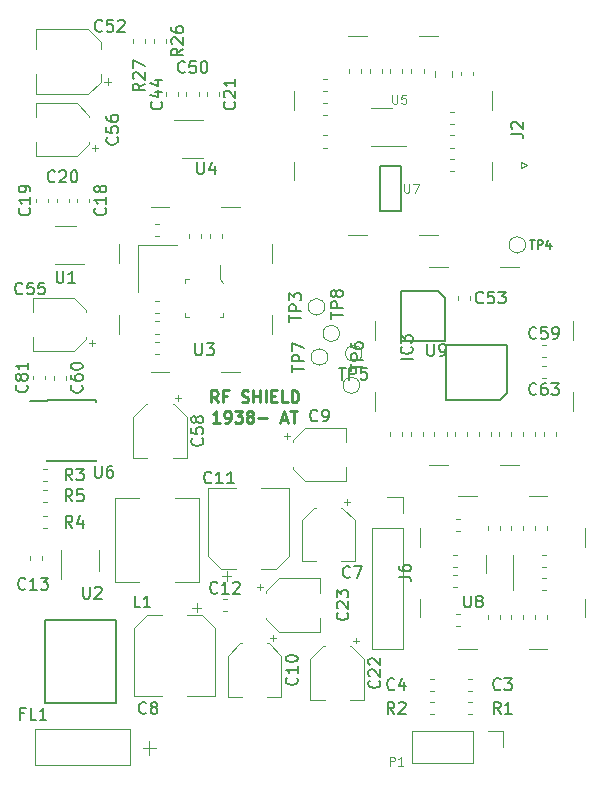
<source format=gto>
G04 #@! TF.GenerationSoftware,KiCad,Pcbnew,(5.1.4)-1*
G04 #@! TF.CreationDate,2019-09-18T21:55:27+02:00*
G04 #@! TF.ProjectId,rf-receiver,72662d72-6563-4656-9976-65722e6b6963,rev?*
G04 #@! TF.SameCoordinates,Original*
G04 #@! TF.FileFunction,Legend,Top*
G04 #@! TF.FilePolarity,Positive*
%FSLAX46Y46*%
G04 Gerber Fmt 4.6, Leading zero omitted, Abs format (unit mm)*
G04 Created by KiCad (PCBNEW (5.1.4)-1) date 2019-09-18 21:55:27*
%MOMM*%
%LPD*%
G04 APERTURE LIST*
%ADD10C,0.125000*%
%ADD11C,0.250000*%
%ADD12C,0.150000*%
%ADD13C,0.120000*%
%ADD14C,0.100000*%
G04 APERTURE END LIST*
D10*
X93028571Y-120107142D02*
X94171428Y-120107142D01*
X93600000Y-120678571D02*
X93600000Y-119535714D01*
D11*
X99404761Y-90827380D02*
X99071428Y-90351190D01*
X98833333Y-90827380D02*
X98833333Y-89827380D01*
X99214285Y-89827380D01*
X99309523Y-89875000D01*
X99357142Y-89922619D01*
X99404761Y-90017857D01*
X99404761Y-90160714D01*
X99357142Y-90255952D01*
X99309523Y-90303571D01*
X99214285Y-90351190D01*
X98833333Y-90351190D01*
X100166666Y-90303571D02*
X99833333Y-90303571D01*
X99833333Y-90827380D02*
X99833333Y-89827380D01*
X100309523Y-89827380D01*
X101404761Y-90779761D02*
X101547619Y-90827380D01*
X101785714Y-90827380D01*
X101880952Y-90779761D01*
X101928571Y-90732142D01*
X101976190Y-90636904D01*
X101976190Y-90541666D01*
X101928571Y-90446428D01*
X101880952Y-90398809D01*
X101785714Y-90351190D01*
X101595238Y-90303571D01*
X101500000Y-90255952D01*
X101452380Y-90208333D01*
X101404761Y-90113095D01*
X101404761Y-90017857D01*
X101452380Y-89922619D01*
X101500000Y-89875000D01*
X101595238Y-89827380D01*
X101833333Y-89827380D01*
X101976190Y-89875000D01*
X102404761Y-90827380D02*
X102404761Y-89827380D01*
X102404761Y-90303571D02*
X102976190Y-90303571D01*
X102976190Y-90827380D02*
X102976190Y-89827380D01*
X103452380Y-90827380D02*
X103452380Y-89827380D01*
X103928571Y-90303571D02*
X104261904Y-90303571D01*
X104404761Y-90827380D02*
X103928571Y-90827380D01*
X103928571Y-89827380D01*
X104404761Y-89827380D01*
X105309523Y-90827380D02*
X104833333Y-90827380D01*
X104833333Y-89827380D01*
X105642857Y-90827380D02*
X105642857Y-89827380D01*
X105880952Y-89827380D01*
X106023809Y-89875000D01*
X106119047Y-89970238D01*
X106166666Y-90065476D01*
X106214285Y-90255952D01*
X106214285Y-90398809D01*
X106166666Y-90589285D01*
X106119047Y-90684523D01*
X106023809Y-90779761D01*
X105880952Y-90827380D01*
X105642857Y-90827380D01*
X99547619Y-92577380D02*
X98976190Y-92577380D01*
X99261904Y-92577380D02*
X99261904Y-91577380D01*
X99166666Y-91720238D01*
X99071428Y-91815476D01*
X98976190Y-91863095D01*
X100023809Y-92577380D02*
X100214285Y-92577380D01*
X100309523Y-92529761D01*
X100357142Y-92482142D01*
X100452380Y-92339285D01*
X100500000Y-92148809D01*
X100500000Y-91767857D01*
X100452380Y-91672619D01*
X100404761Y-91625000D01*
X100309523Y-91577380D01*
X100119047Y-91577380D01*
X100023809Y-91625000D01*
X99976190Y-91672619D01*
X99928571Y-91767857D01*
X99928571Y-92005952D01*
X99976190Y-92101190D01*
X100023809Y-92148809D01*
X100119047Y-92196428D01*
X100309523Y-92196428D01*
X100404761Y-92148809D01*
X100452380Y-92101190D01*
X100500000Y-92005952D01*
X100833333Y-91577380D02*
X101452380Y-91577380D01*
X101119047Y-91958333D01*
X101261904Y-91958333D01*
X101357142Y-92005952D01*
X101404761Y-92053571D01*
X101452380Y-92148809D01*
X101452380Y-92386904D01*
X101404761Y-92482142D01*
X101357142Y-92529761D01*
X101261904Y-92577380D01*
X100976190Y-92577380D01*
X100880952Y-92529761D01*
X100833333Y-92482142D01*
X102023809Y-92005952D02*
X101928571Y-91958333D01*
X101880952Y-91910714D01*
X101833333Y-91815476D01*
X101833333Y-91767857D01*
X101880952Y-91672619D01*
X101928571Y-91625000D01*
X102023809Y-91577380D01*
X102214285Y-91577380D01*
X102309523Y-91625000D01*
X102357142Y-91672619D01*
X102404761Y-91767857D01*
X102404761Y-91815476D01*
X102357142Y-91910714D01*
X102309523Y-91958333D01*
X102214285Y-92005952D01*
X102023809Y-92005952D01*
X101928571Y-92053571D01*
X101880952Y-92101190D01*
X101833333Y-92196428D01*
X101833333Y-92386904D01*
X101880952Y-92482142D01*
X101928571Y-92529761D01*
X102023809Y-92577380D01*
X102214285Y-92577380D01*
X102309523Y-92529761D01*
X102357142Y-92482142D01*
X102404761Y-92386904D01*
X102404761Y-92196428D01*
X102357142Y-92101190D01*
X102309523Y-92053571D01*
X102214285Y-92005952D01*
X102833333Y-92196428D02*
X103595238Y-92196428D01*
X104785714Y-92291666D02*
X105261904Y-92291666D01*
X104690476Y-92577380D02*
X105023809Y-91577380D01*
X105357142Y-92577380D01*
X105547619Y-91577380D02*
X106119047Y-91577380D01*
X105833333Y-92577380D02*
X105833333Y-91577380D01*
D12*
X118700000Y-85950000D02*
X118700000Y-90650000D01*
X123300000Y-90650000D02*
X123900000Y-90060000D01*
X123300000Y-90650000D02*
X118700000Y-90650000D01*
X123900000Y-85950000D02*
X123900000Y-90060000D01*
X118700000Y-85950000D02*
X123900000Y-85950000D01*
X118600000Y-85600000D02*
X118600000Y-85000000D01*
X114900000Y-85600000D02*
X118600000Y-85600000D01*
X114900000Y-85000000D02*
X114900000Y-85600000D01*
X114900000Y-81400000D02*
X114900000Y-82000000D01*
X115500000Y-81400000D02*
X114900000Y-81400000D01*
X118600000Y-82000000D02*
X118000000Y-81400000D01*
X118600000Y-82000000D02*
X118600000Y-85000000D01*
X115500000Y-81400000D02*
X118000000Y-81400000D01*
X114900000Y-85000000D02*
X114900000Y-82000000D01*
X84750000Y-116250000D02*
X90750000Y-116250000D01*
X90750000Y-109250000D02*
X84750000Y-109250000D01*
X90750000Y-116250000D02*
X90750000Y-109250000D01*
X84750000Y-116250000D02*
X84750000Y-109250000D01*
D13*
X96310000Y-90500000D02*
X95810000Y-90500000D01*
X96060000Y-90250000D02*
X96060000Y-90750000D01*
X93304437Y-90990000D02*
X92240000Y-92054437D01*
X95695563Y-90990000D02*
X96760000Y-92054437D01*
X95695563Y-90990000D02*
X95560000Y-90990000D01*
X93304437Y-90990000D02*
X93440000Y-90990000D01*
X92240000Y-92054437D02*
X92240000Y-95510000D01*
X96760000Y-92054437D02*
X96760000Y-95510000D01*
X96760000Y-95510000D02*
X95560000Y-95510000D01*
X92240000Y-95510000D02*
X93440000Y-95510000D01*
X89000000Y-69560000D02*
X89000000Y-69060000D01*
X89250000Y-69310000D02*
X88750000Y-69310000D01*
X88510000Y-66554437D02*
X87445563Y-65490000D01*
X88510000Y-68945563D02*
X87445563Y-70010000D01*
X88510000Y-68945563D02*
X88510000Y-68810000D01*
X88510000Y-66554437D02*
X88510000Y-66690000D01*
X87445563Y-65490000D02*
X83990000Y-65490000D01*
X87445563Y-70010000D02*
X83990000Y-70010000D01*
X83990000Y-70010000D02*
X83990000Y-68810000D01*
X83990000Y-65490000D02*
X83990000Y-66690000D01*
X88750000Y-86060000D02*
X88750000Y-85560000D01*
X89000000Y-85810000D02*
X88500000Y-85810000D01*
X88260000Y-83054437D02*
X87195563Y-81990000D01*
X88260000Y-85445563D02*
X87195563Y-86510000D01*
X88260000Y-85445563D02*
X88260000Y-85310000D01*
X88260000Y-83054437D02*
X88260000Y-83190000D01*
X87195563Y-81990000D02*
X83740000Y-81990000D01*
X87195563Y-86510000D02*
X83740000Y-86510000D01*
X83740000Y-86510000D02*
X83740000Y-85310000D01*
X83740000Y-81990000D02*
X83740000Y-83190000D01*
X103000000Y-106190000D02*
X103000000Y-106690000D01*
X102750000Y-106440000D02*
X103250000Y-106440000D01*
X103490000Y-109195563D02*
X104554437Y-110260000D01*
X103490000Y-106804437D02*
X104554437Y-105740000D01*
X103490000Y-106804437D02*
X103490000Y-106940000D01*
X103490000Y-109195563D02*
X103490000Y-109060000D01*
X104554437Y-110260000D02*
X108010000Y-110260000D01*
X104554437Y-105740000D02*
X108010000Y-105740000D01*
X108010000Y-105740000D02*
X108010000Y-106940000D01*
X108010000Y-110260000D02*
X108010000Y-109060000D01*
X111310000Y-111000000D02*
X110810000Y-111000000D01*
X111060000Y-110750000D02*
X111060000Y-111250000D01*
X108304437Y-111490000D02*
X107240000Y-112554437D01*
X110695563Y-111490000D02*
X111760000Y-112554437D01*
X110695563Y-111490000D02*
X110560000Y-111490000D01*
X108304437Y-111490000D02*
X108440000Y-111490000D01*
X107240000Y-112554437D02*
X107240000Y-116010000D01*
X111760000Y-112554437D02*
X111760000Y-116010000D01*
X111760000Y-116010000D02*
X110560000Y-116010000D01*
X107240000Y-116010000D02*
X108440000Y-116010000D01*
X104310000Y-110750000D02*
X103810000Y-110750000D01*
X104060000Y-110500000D02*
X104060000Y-111000000D01*
X101304437Y-111240000D02*
X100240000Y-112304437D01*
X103695563Y-111240000D02*
X104760000Y-112304437D01*
X103695563Y-111240000D02*
X103560000Y-111240000D01*
X101304437Y-111240000D02*
X101440000Y-111240000D01*
X100240000Y-112304437D02*
X100240000Y-115760000D01*
X104760000Y-112304437D02*
X104760000Y-115760000D01*
X104760000Y-115760000D02*
X103560000Y-115760000D01*
X100240000Y-115760000D02*
X101440000Y-115760000D01*
X127162779Y-105740000D02*
X126837221Y-105740000D01*
X127162779Y-106760000D02*
X126837221Y-106760000D01*
X88510000Y-73912779D02*
X88510000Y-73587221D01*
X87490000Y-73912779D02*
X87490000Y-73587221D01*
X85010000Y-73912779D02*
X85010000Y-73587221D01*
X83990000Y-73912779D02*
X83990000Y-73587221D01*
X94990000Y-64587221D02*
X94990000Y-64912779D01*
X96010000Y-64587221D02*
X96010000Y-64912779D01*
X110490000Y-62587221D02*
X110490000Y-62912779D01*
X111510000Y-62587221D02*
X111510000Y-62912779D01*
X108337221Y-66510000D02*
X108662779Y-66510000D01*
X108337221Y-65490000D02*
X108662779Y-65490000D01*
X97760000Y-64587221D02*
X97760000Y-64912779D01*
X96740000Y-64587221D02*
X96740000Y-64912779D01*
X119337221Y-106510000D02*
X119662779Y-106510000D01*
X119337221Y-105490000D02*
X119662779Y-105490000D01*
X105250000Y-93440000D02*
X105250000Y-93940000D01*
X105000000Y-93690000D02*
X105500000Y-93690000D01*
X105740000Y-96445563D02*
X106804437Y-97510000D01*
X105740000Y-94054437D02*
X106804437Y-92990000D01*
X105740000Y-94054437D02*
X105740000Y-94190000D01*
X105740000Y-96445563D02*
X105740000Y-96310000D01*
X106804437Y-97510000D02*
X110260000Y-97510000D01*
X106804437Y-92990000D02*
X110260000Y-92990000D01*
X110260000Y-92990000D02*
X110260000Y-94190000D01*
X110260000Y-97510000D02*
X110260000Y-96310000D01*
X110560000Y-99250000D02*
X110060000Y-99250000D01*
X110310000Y-99000000D02*
X110310000Y-99500000D01*
X107554437Y-99740000D02*
X106490000Y-100804437D01*
X109945563Y-99740000D02*
X111010000Y-100804437D01*
X109945563Y-99740000D02*
X109810000Y-99740000D01*
X107554437Y-99740000D02*
X107690000Y-99740000D01*
X106490000Y-100804437D02*
X106490000Y-104260000D01*
X111010000Y-100804437D02*
X111010000Y-104260000D01*
X111010000Y-104260000D02*
X109810000Y-104260000D01*
X106490000Y-104260000D02*
X107690000Y-104260000D01*
X90062500Y-63997500D02*
X90062500Y-63372500D01*
X90375000Y-63685000D02*
X89750000Y-63685000D01*
X89510000Y-60304437D02*
X88445563Y-59240000D01*
X89510000Y-63695563D02*
X88445563Y-64760000D01*
X89510000Y-63695563D02*
X89510000Y-63060000D01*
X89510000Y-60304437D02*
X89510000Y-60940000D01*
X88445563Y-59240000D02*
X83990000Y-59240000D01*
X88445563Y-64760000D02*
X83990000Y-64760000D01*
X83990000Y-64760000D02*
X83990000Y-63060000D01*
X83990000Y-59240000D02*
X83990000Y-60940000D01*
X97800000Y-106050000D02*
X95750000Y-106050000D01*
X97800000Y-98950000D02*
X97800000Y-106050000D01*
X95750000Y-98950000D02*
X97800000Y-98950000D01*
X90700000Y-106050000D02*
X92750000Y-106050000D01*
X90700000Y-98950000D02*
X90700000Y-106050000D01*
X92750000Y-98950000D02*
X90700000Y-98950000D01*
X104000000Y-83450000D02*
X104000000Y-85050000D01*
X91000000Y-83450000D02*
X91000000Y-85050000D01*
X104000000Y-77450000D02*
X104000000Y-79050000D01*
X91000000Y-77450000D02*
X91000000Y-79050000D01*
X99700000Y-88230000D02*
X101300000Y-88230000D01*
X99700000Y-74270000D02*
X101300000Y-74270000D01*
X93700000Y-88230000D02*
X95300000Y-88230000D01*
X93700000Y-74270000D02*
X95300000Y-74270000D01*
X125700000Y-98750000D02*
X127300000Y-98750000D01*
X125700000Y-111750000D02*
X127300000Y-111750000D01*
X119700000Y-98750000D02*
X121300000Y-98750000D01*
X119700000Y-111750000D02*
X121300000Y-111750000D01*
X130480000Y-103050000D02*
X130480000Y-101450000D01*
X116520000Y-103050000D02*
X116520000Y-101450000D01*
X130480000Y-109050000D02*
X130480000Y-107450000D01*
X116520000Y-109050000D02*
X116520000Y-107450000D01*
X129500000Y-89950000D02*
X129500000Y-91550000D01*
X112700000Y-89950000D02*
X112700000Y-91550000D01*
X129500000Y-83950000D02*
X129500000Y-85550000D01*
X112700000Y-83950000D02*
X112700000Y-85550000D01*
X123300000Y-96150000D02*
X124900000Y-96150000D01*
X123300000Y-79350000D02*
X124900000Y-79350000D01*
X117300000Y-96150000D02*
X118900000Y-96150000D01*
X117300000Y-79350000D02*
X118900000Y-79350000D01*
X122650000Y-70450000D02*
X122650000Y-72050000D01*
X105850000Y-70450000D02*
X105850000Y-72050000D01*
X122650000Y-64450000D02*
X122650000Y-66050000D01*
X105850000Y-64450000D02*
X105850000Y-66050000D01*
X116450000Y-76650000D02*
X118050000Y-76650000D01*
X116450000Y-59850000D02*
X118050000Y-59850000D01*
X110450000Y-76650000D02*
X112050000Y-76650000D01*
X110450000Y-59850000D02*
X112050000Y-59850000D01*
X124360000Y-106750000D02*
X124360000Y-103750000D01*
X122140000Y-105250000D02*
X122140000Y-103750000D01*
X113750000Y-98880000D02*
X115080000Y-98880000D01*
X115080000Y-98880000D02*
X115080000Y-100210000D01*
X115080000Y-101480000D02*
X115080000Y-111700000D01*
X112420000Y-111700000D02*
X115080000Y-111700000D01*
X112420000Y-101480000D02*
X112420000Y-111700000D01*
X112420000Y-101480000D02*
X115080000Y-101480000D01*
X92600000Y-77500000D02*
X92600000Y-81500000D01*
X95900000Y-77500000D02*
X92600000Y-77500000D01*
X85600000Y-79110000D02*
X88050000Y-79110000D01*
X87400000Y-75890000D02*
X85600000Y-75890000D01*
X94087221Y-85010000D02*
X94412779Y-85010000D01*
X94087221Y-83990000D02*
X94412779Y-83990000D01*
X94087221Y-86760000D02*
X94412779Y-86760000D01*
X94087221Y-85740000D02*
X94412779Y-85740000D01*
X98490000Y-64587221D02*
X98490000Y-64912779D01*
X99510000Y-64587221D02*
X99510000Y-64912779D01*
X86760000Y-73912779D02*
X86760000Y-73587221D01*
X85740000Y-73912779D02*
X85740000Y-73587221D01*
X96990000Y-76587221D02*
X96990000Y-76912779D01*
X98010000Y-76587221D02*
X98010000Y-76912779D01*
X99760000Y-76912779D02*
X99760000Y-76587221D01*
X98740000Y-76912779D02*
X98740000Y-76587221D01*
X94412779Y-75740000D02*
X94087221Y-75740000D01*
X94412779Y-76760000D02*
X94087221Y-76760000D01*
X94087221Y-83260000D02*
X94412779Y-83260000D01*
X94087221Y-82240000D02*
X94412779Y-82240000D01*
X109700000Y-85000000D02*
G75*
G03X109700000Y-85000000I-700000J0D01*
G01*
X108700000Y-87000000D02*
G75*
G03X108700000Y-87000000I-700000J0D01*
G01*
X111400000Y-89400000D02*
G75*
G03X111400000Y-89400000I-700000J0D01*
G01*
X111600000Y-86700000D02*
G75*
G03X111600000Y-86700000I-700000J0D01*
G01*
D14*
X99550000Y-80400000D02*
X99550000Y-79200000D01*
X99850000Y-80700000D02*
X99550000Y-80400000D01*
X96650000Y-80400000D02*
X96950000Y-80400000D01*
X96650000Y-80700000D02*
X96650000Y-80400000D01*
X96650000Y-83600000D02*
X96650000Y-83300000D01*
X96950000Y-83600000D02*
X96650000Y-83600000D01*
X99850000Y-83600000D02*
X99550000Y-83600000D01*
X99850000Y-83300000D02*
X99850000Y-83600000D01*
D13*
X83900000Y-118500000D02*
X92000000Y-118500000D01*
X92000000Y-121500000D02*
X83900000Y-121500000D01*
X83900000Y-118500000D02*
X83900000Y-121500000D01*
X92000000Y-121500000D02*
X92000000Y-118500000D01*
X84780000Y-88892779D02*
X84780000Y-88567221D01*
X83760000Y-88892779D02*
X83760000Y-88567221D01*
X86510000Y-88912779D02*
X86510000Y-88587221D01*
X85490000Y-88912779D02*
X85490000Y-88587221D01*
X83490000Y-103837221D02*
X83490000Y-104162779D01*
X84510000Y-103837221D02*
X84510000Y-104162779D01*
X99837221Y-108510000D02*
X100162779Y-108510000D01*
X99837221Y-107490000D02*
X100162779Y-107490000D01*
X99758750Y-105543750D02*
X100546250Y-105543750D01*
X100152500Y-105937500D02*
X100152500Y-105150000D01*
X104345563Y-104910000D02*
X105410000Y-103845563D01*
X99654437Y-104910000D02*
X98590000Y-103845563D01*
X99654437Y-104910000D02*
X100940000Y-104910000D01*
X104345563Y-104910000D02*
X103060000Y-104910000D01*
X105410000Y-103845563D02*
X105410000Y-98090000D01*
X98590000Y-103845563D02*
X98590000Y-98090000D01*
X98590000Y-98090000D02*
X100940000Y-98090000D01*
X105410000Y-98090000D02*
X103060000Y-98090000D01*
X97991250Y-108206250D02*
X97203750Y-108206250D01*
X97597500Y-107812500D02*
X97597500Y-108600000D01*
X93404437Y-108840000D02*
X92340000Y-109904437D01*
X98095563Y-108840000D02*
X99160000Y-109904437D01*
X98095563Y-108840000D02*
X96810000Y-108840000D01*
X93404437Y-108840000D02*
X94690000Y-108840000D01*
X92340000Y-109904437D02*
X92340000Y-115660000D01*
X99160000Y-109904437D02*
X99160000Y-115660000D01*
X99160000Y-115660000D02*
X96810000Y-115660000D01*
X92340000Y-115660000D02*
X94690000Y-115660000D01*
X119912779Y-108740000D02*
X119587221Y-108740000D01*
X119912779Y-109760000D02*
X119587221Y-109760000D01*
X119912779Y-100740000D02*
X119587221Y-100740000D01*
X119912779Y-101760000D02*
X119587221Y-101760000D01*
X86140000Y-103350000D02*
X86140000Y-105800000D01*
X89360000Y-105150000D02*
X89360000Y-103350000D01*
X84912779Y-98240000D02*
X84587221Y-98240000D01*
X84912779Y-99260000D02*
X84587221Y-99260000D01*
X84912779Y-100490000D02*
X84587221Y-100490000D01*
X84912779Y-101510000D02*
X84587221Y-101510000D01*
X84587221Y-97510000D02*
X84912779Y-97510000D01*
X84587221Y-96490000D02*
X84912779Y-96490000D01*
X127162779Y-103740000D02*
X126837221Y-103740000D01*
X127162779Y-104760000D02*
X126837221Y-104760000D01*
D12*
X84925000Y-90725000D02*
X83525000Y-90725000D01*
X84925000Y-95825000D02*
X89075000Y-95825000D01*
X84925000Y-90675000D02*
X89075000Y-90675000D01*
X84925000Y-95825000D02*
X84925000Y-95680000D01*
X89075000Y-95825000D02*
X89075000Y-95680000D01*
X89075000Y-90675000D02*
X89075000Y-90820000D01*
X84925000Y-90675000D02*
X84925000Y-90725000D01*
D13*
X117790000Y-62741422D02*
X117790000Y-63258578D01*
X119210000Y-62741422D02*
X119210000Y-63258578D01*
X125260000Y-101337221D02*
X125260000Y-101662779D01*
X124240000Y-101337221D02*
X124240000Y-101662779D01*
X122240000Y-101337221D02*
X122240000Y-101662779D01*
X123260000Y-101337221D02*
X123260000Y-101662779D01*
X126837221Y-85990000D02*
X127162779Y-85990000D01*
X126837221Y-87010000D02*
X127162779Y-87010000D01*
X108662779Y-68240000D02*
X108337221Y-68240000D01*
X108662779Y-69260000D02*
X108337221Y-69260000D01*
X119740000Y-82162779D02*
X119740000Y-81837221D01*
X120760000Y-82162779D02*
X120760000Y-81837221D01*
X119412779Y-70240000D02*
X119087221Y-70240000D01*
X119412779Y-71260000D02*
X119087221Y-71260000D01*
X108337221Y-63490000D02*
X108662779Y-63490000D01*
X108337221Y-64510000D02*
X108662779Y-64510000D01*
X119990000Y-63162779D02*
X119990000Y-62837221D01*
X121010000Y-63162779D02*
X121010000Y-62837221D01*
X126837221Y-87740000D02*
X127162779Y-87740000D01*
X126837221Y-88760000D02*
X127162779Y-88760000D01*
X123240000Y-93337221D02*
X123240000Y-93662779D01*
X124260000Y-93337221D02*
X124260000Y-93662779D01*
X126260000Y-93337221D02*
X126260000Y-93662779D01*
X125240000Y-93337221D02*
X125240000Y-93662779D01*
X128010000Y-93337221D02*
X128010000Y-93662779D01*
X126990000Y-93337221D02*
X126990000Y-93662779D01*
X112240000Y-62587221D02*
X112240000Y-62912779D01*
X113260000Y-62587221D02*
X113260000Y-62912779D01*
X119490000Y-93337221D02*
X119490000Y-93662779D01*
X120510000Y-93337221D02*
X120510000Y-93662779D01*
X118760000Y-93352221D02*
X118760000Y-93677779D01*
X117740000Y-93352221D02*
X117740000Y-93677779D01*
X115740000Y-93337221D02*
X115740000Y-93662779D01*
X116760000Y-93337221D02*
X116760000Y-93662779D01*
X115010000Y-93337221D02*
X115010000Y-93662779D01*
X113990000Y-93337221D02*
X113990000Y-93662779D01*
X119337221Y-104760000D02*
X119662779Y-104760000D01*
X119337221Y-103740000D02*
X119662779Y-103740000D01*
X124240000Y-109162779D02*
X124240000Y-108837221D01*
X125260000Y-109162779D02*
X125260000Y-108837221D01*
X121490000Y-93337221D02*
X121490000Y-93662779D01*
X122510000Y-93337221D02*
X122510000Y-93662779D01*
X117337221Y-114240000D02*
X117662779Y-114240000D01*
X117337221Y-115260000D02*
X117662779Y-115260000D01*
X120587221Y-115260000D02*
X120912779Y-115260000D01*
X120587221Y-114240000D02*
X120912779Y-114240000D01*
X127260000Y-109162779D02*
X127260000Y-108837221D01*
X126240000Y-109162779D02*
X126240000Y-108837221D01*
X95010000Y-60412779D02*
X95010000Y-60087221D01*
X93990000Y-60412779D02*
X93990000Y-60087221D01*
X92240000Y-60412779D02*
X92240000Y-60087221D01*
X93260000Y-60412779D02*
X93260000Y-60087221D01*
X126240000Y-101337221D02*
X126240000Y-101662779D01*
X127260000Y-101337221D02*
X127260000Y-101662779D01*
X123260000Y-109162779D02*
X123260000Y-108837221D01*
X122240000Y-109162779D02*
X122240000Y-108837221D01*
X116810000Y-62912779D02*
X116810000Y-62587221D01*
X115790000Y-62912779D02*
X115790000Y-62587221D01*
X113990000Y-62587221D02*
X113990000Y-62912779D01*
X115010000Y-62587221D02*
X115010000Y-62912779D01*
X119087221Y-66240000D02*
X119412779Y-66240000D01*
X119087221Y-67260000D02*
X119412779Y-67260000D01*
X120912779Y-117260000D02*
X120587221Y-117260000D01*
X120912779Y-116240000D02*
X120587221Y-116240000D01*
X117662779Y-116240000D02*
X117337221Y-116240000D01*
X117662779Y-117260000D02*
X117337221Y-117260000D01*
X119087221Y-68240000D02*
X119412779Y-68240000D01*
X119087221Y-69260000D02*
X119412779Y-69260000D01*
X125040000Y-71000000D02*
X125540000Y-70750000D01*
X125040000Y-70500000D02*
X125040000Y-71000000D01*
X125540000Y-70750000D02*
X125040000Y-70500000D01*
X108450000Y-82750000D02*
G75*
G03X108450000Y-82750000I-700000J0D01*
G01*
X125450000Y-77500000D02*
G75*
G03X125450000Y-77500000I-700000J0D01*
G01*
X96350000Y-70110000D02*
X98150000Y-70110000D01*
X98150000Y-66890000D02*
X95700000Y-66890000D01*
X114150000Y-65890000D02*
X112350000Y-65890000D01*
X112350000Y-69110000D02*
X115300000Y-69110000D01*
X115840000Y-118670000D02*
X115840000Y-121330000D01*
X120980000Y-118670000D02*
X115840000Y-118670000D01*
X120980000Y-121330000D02*
X115840000Y-121330000D01*
X120980000Y-118670000D02*
X120980000Y-121330000D01*
X122250000Y-118670000D02*
X123580000Y-118670000D01*
X123580000Y-118670000D02*
X123580000Y-120000000D01*
D12*
X114900000Y-70850000D02*
X113100000Y-70850000D01*
X114900000Y-74650000D02*
X114900000Y-70850000D01*
X113100000Y-74650000D02*
X114900000Y-74650000D01*
X113100000Y-70850000D02*
X113100000Y-74650000D01*
X117128095Y-85912380D02*
X117128095Y-86721904D01*
X117175714Y-86817142D01*
X117223333Y-86864761D01*
X117318571Y-86912380D01*
X117509047Y-86912380D01*
X117604285Y-86864761D01*
X117651904Y-86817142D01*
X117699523Y-86721904D01*
X117699523Y-85912380D01*
X118223333Y-86912380D02*
X118413809Y-86912380D01*
X118509047Y-86864761D01*
X118556666Y-86817142D01*
X118651904Y-86674285D01*
X118699523Y-86483809D01*
X118699523Y-86102857D01*
X118651904Y-86007619D01*
X118604285Y-85960000D01*
X118509047Y-85912380D01*
X118318571Y-85912380D01*
X118223333Y-85960000D01*
X118175714Y-86007619D01*
X118128095Y-86102857D01*
X118128095Y-86340952D01*
X118175714Y-86436190D01*
X118223333Y-86483809D01*
X118318571Y-86531428D01*
X118509047Y-86531428D01*
X118604285Y-86483809D01*
X118651904Y-86436190D01*
X118699523Y-86340952D01*
X115882380Y-87156190D02*
X114882380Y-87156190D01*
X115787142Y-86108571D02*
X115834761Y-86156190D01*
X115882380Y-86299047D01*
X115882380Y-86394285D01*
X115834761Y-86537142D01*
X115739523Y-86632380D01*
X115644285Y-86680000D01*
X115453809Y-86727619D01*
X115310952Y-86727619D01*
X115120476Y-86680000D01*
X115025238Y-86632380D01*
X114930000Y-86537142D01*
X114882380Y-86394285D01*
X114882380Y-86299047D01*
X114930000Y-86156190D01*
X114977619Y-86108571D01*
X114882380Y-85775238D02*
X114882380Y-85156190D01*
X115263333Y-85489523D01*
X115263333Y-85346666D01*
X115310952Y-85251428D01*
X115358571Y-85203809D01*
X115453809Y-85156190D01*
X115691904Y-85156190D01*
X115787142Y-85203809D01*
X115834761Y-85251428D01*
X115882380Y-85346666D01*
X115882380Y-85632380D01*
X115834761Y-85727619D01*
X115787142Y-85775238D01*
X83011904Y-117178571D02*
X82678571Y-117178571D01*
X82678571Y-117702380D02*
X82678571Y-116702380D01*
X83154761Y-116702380D01*
X84011904Y-117702380D02*
X83535714Y-117702380D01*
X83535714Y-116702380D01*
X84869047Y-117702380D02*
X84297619Y-117702380D01*
X84583333Y-117702380D02*
X84583333Y-116702380D01*
X84488095Y-116845238D01*
X84392857Y-116940476D01*
X84297619Y-116988095D01*
X98057142Y-93892857D02*
X98104761Y-93940476D01*
X98152380Y-94083333D01*
X98152380Y-94178571D01*
X98104761Y-94321428D01*
X98009523Y-94416666D01*
X97914285Y-94464285D01*
X97723809Y-94511904D01*
X97580952Y-94511904D01*
X97390476Y-94464285D01*
X97295238Y-94416666D01*
X97200000Y-94321428D01*
X97152380Y-94178571D01*
X97152380Y-94083333D01*
X97200000Y-93940476D01*
X97247619Y-93892857D01*
X97152380Y-92988095D02*
X97152380Y-93464285D01*
X97628571Y-93511904D01*
X97580952Y-93464285D01*
X97533333Y-93369047D01*
X97533333Y-93130952D01*
X97580952Y-93035714D01*
X97628571Y-92988095D01*
X97723809Y-92940476D01*
X97961904Y-92940476D01*
X98057142Y-92988095D01*
X98104761Y-93035714D01*
X98152380Y-93130952D01*
X98152380Y-93369047D01*
X98104761Y-93464285D01*
X98057142Y-93511904D01*
X97580952Y-92369047D02*
X97533333Y-92464285D01*
X97485714Y-92511904D01*
X97390476Y-92559523D01*
X97342857Y-92559523D01*
X97247619Y-92511904D01*
X97200000Y-92464285D01*
X97152380Y-92369047D01*
X97152380Y-92178571D01*
X97200000Y-92083333D01*
X97247619Y-92035714D01*
X97342857Y-91988095D01*
X97390476Y-91988095D01*
X97485714Y-92035714D01*
X97533333Y-92083333D01*
X97580952Y-92178571D01*
X97580952Y-92369047D01*
X97628571Y-92464285D01*
X97676190Y-92511904D01*
X97771428Y-92559523D01*
X97961904Y-92559523D01*
X98057142Y-92511904D01*
X98104761Y-92464285D01*
X98152380Y-92369047D01*
X98152380Y-92178571D01*
X98104761Y-92083333D01*
X98057142Y-92035714D01*
X97961904Y-91988095D01*
X97771428Y-91988095D01*
X97676190Y-92035714D01*
X97628571Y-92083333D01*
X97580952Y-92178571D01*
X90857142Y-68392857D02*
X90904761Y-68440476D01*
X90952380Y-68583333D01*
X90952380Y-68678571D01*
X90904761Y-68821428D01*
X90809523Y-68916666D01*
X90714285Y-68964285D01*
X90523809Y-69011904D01*
X90380952Y-69011904D01*
X90190476Y-68964285D01*
X90095238Y-68916666D01*
X90000000Y-68821428D01*
X89952380Y-68678571D01*
X89952380Y-68583333D01*
X90000000Y-68440476D01*
X90047619Y-68392857D01*
X89952380Y-67488095D02*
X89952380Y-67964285D01*
X90428571Y-68011904D01*
X90380952Y-67964285D01*
X90333333Y-67869047D01*
X90333333Y-67630952D01*
X90380952Y-67535714D01*
X90428571Y-67488095D01*
X90523809Y-67440476D01*
X90761904Y-67440476D01*
X90857142Y-67488095D01*
X90904761Y-67535714D01*
X90952380Y-67630952D01*
X90952380Y-67869047D01*
X90904761Y-67964285D01*
X90857142Y-68011904D01*
X89952380Y-66583333D02*
X89952380Y-66773809D01*
X90000000Y-66869047D01*
X90047619Y-66916666D01*
X90190476Y-67011904D01*
X90380952Y-67059523D01*
X90761904Y-67059523D01*
X90857142Y-67011904D01*
X90904761Y-66964285D01*
X90952380Y-66869047D01*
X90952380Y-66678571D01*
X90904761Y-66583333D01*
X90857142Y-66535714D01*
X90761904Y-66488095D01*
X90523809Y-66488095D01*
X90428571Y-66535714D01*
X90380952Y-66583333D01*
X90333333Y-66678571D01*
X90333333Y-66869047D01*
X90380952Y-66964285D01*
X90428571Y-67011904D01*
X90523809Y-67059523D01*
X82857142Y-81607142D02*
X82809523Y-81654761D01*
X82666666Y-81702380D01*
X82571428Y-81702380D01*
X82428571Y-81654761D01*
X82333333Y-81559523D01*
X82285714Y-81464285D01*
X82238095Y-81273809D01*
X82238095Y-81130952D01*
X82285714Y-80940476D01*
X82333333Y-80845238D01*
X82428571Y-80750000D01*
X82571428Y-80702380D01*
X82666666Y-80702380D01*
X82809523Y-80750000D01*
X82857142Y-80797619D01*
X83761904Y-80702380D02*
X83285714Y-80702380D01*
X83238095Y-81178571D01*
X83285714Y-81130952D01*
X83380952Y-81083333D01*
X83619047Y-81083333D01*
X83714285Y-81130952D01*
X83761904Y-81178571D01*
X83809523Y-81273809D01*
X83809523Y-81511904D01*
X83761904Y-81607142D01*
X83714285Y-81654761D01*
X83619047Y-81702380D01*
X83380952Y-81702380D01*
X83285714Y-81654761D01*
X83238095Y-81607142D01*
X84714285Y-80702380D02*
X84238095Y-80702380D01*
X84190476Y-81178571D01*
X84238095Y-81130952D01*
X84333333Y-81083333D01*
X84571428Y-81083333D01*
X84666666Y-81130952D01*
X84714285Y-81178571D01*
X84761904Y-81273809D01*
X84761904Y-81511904D01*
X84714285Y-81607142D01*
X84666666Y-81654761D01*
X84571428Y-81702380D01*
X84333333Y-81702380D01*
X84238095Y-81654761D01*
X84190476Y-81607142D01*
X110357142Y-108642857D02*
X110404761Y-108690476D01*
X110452380Y-108833333D01*
X110452380Y-108928571D01*
X110404761Y-109071428D01*
X110309523Y-109166666D01*
X110214285Y-109214285D01*
X110023809Y-109261904D01*
X109880952Y-109261904D01*
X109690476Y-109214285D01*
X109595238Y-109166666D01*
X109500000Y-109071428D01*
X109452380Y-108928571D01*
X109452380Y-108833333D01*
X109500000Y-108690476D01*
X109547619Y-108642857D01*
X109547619Y-108261904D02*
X109500000Y-108214285D01*
X109452380Y-108119047D01*
X109452380Y-107880952D01*
X109500000Y-107785714D01*
X109547619Y-107738095D01*
X109642857Y-107690476D01*
X109738095Y-107690476D01*
X109880952Y-107738095D01*
X110452380Y-108309523D01*
X110452380Y-107690476D01*
X109452380Y-107357142D02*
X109452380Y-106738095D01*
X109833333Y-107071428D01*
X109833333Y-106928571D01*
X109880952Y-106833333D01*
X109928571Y-106785714D01*
X110023809Y-106738095D01*
X110261904Y-106738095D01*
X110357142Y-106785714D01*
X110404761Y-106833333D01*
X110452380Y-106928571D01*
X110452380Y-107214285D01*
X110404761Y-107309523D01*
X110357142Y-107357142D01*
X113057142Y-114392857D02*
X113104761Y-114440476D01*
X113152380Y-114583333D01*
X113152380Y-114678571D01*
X113104761Y-114821428D01*
X113009523Y-114916666D01*
X112914285Y-114964285D01*
X112723809Y-115011904D01*
X112580952Y-115011904D01*
X112390476Y-114964285D01*
X112295238Y-114916666D01*
X112200000Y-114821428D01*
X112152380Y-114678571D01*
X112152380Y-114583333D01*
X112200000Y-114440476D01*
X112247619Y-114392857D01*
X112247619Y-114011904D02*
X112200000Y-113964285D01*
X112152380Y-113869047D01*
X112152380Y-113630952D01*
X112200000Y-113535714D01*
X112247619Y-113488095D01*
X112342857Y-113440476D01*
X112438095Y-113440476D01*
X112580952Y-113488095D01*
X113152380Y-114059523D01*
X113152380Y-113440476D01*
X112247619Y-113059523D02*
X112200000Y-113011904D01*
X112152380Y-112916666D01*
X112152380Y-112678571D01*
X112200000Y-112583333D01*
X112247619Y-112535714D01*
X112342857Y-112488095D01*
X112438095Y-112488095D01*
X112580952Y-112535714D01*
X113152380Y-113107142D01*
X113152380Y-112488095D01*
X106057142Y-114142857D02*
X106104761Y-114190476D01*
X106152380Y-114333333D01*
X106152380Y-114428571D01*
X106104761Y-114571428D01*
X106009523Y-114666666D01*
X105914285Y-114714285D01*
X105723809Y-114761904D01*
X105580952Y-114761904D01*
X105390476Y-114714285D01*
X105295238Y-114666666D01*
X105200000Y-114571428D01*
X105152380Y-114428571D01*
X105152380Y-114333333D01*
X105200000Y-114190476D01*
X105247619Y-114142857D01*
X106152380Y-113190476D02*
X106152380Y-113761904D01*
X106152380Y-113476190D02*
X105152380Y-113476190D01*
X105295238Y-113571428D01*
X105390476Y-113666666D01*
X105438095Y-113761904D01*
X105152380Y-112571428D02*
X105152380Y-112476190D01*
X105200000Y-112380952D01*
X105247619Y-112333333D01*
X105342857Y-112285714D01*
X105533333Y-112238095D01*
X105771428Y-112238095D01*
X105961904Y-112285714D01*
X106057142Y-112333333D01*
X106104761Y-112380952D01*
X106152380Y-112476190D01*
X106152380Y-112571428D01*
X106104761Y-112666666D01*
X106057142Y-112714285D01*
X105961904Y-112761904D01*
X105771428Y-112809523D01*
X105533333Y-112809523D01*
X105342857Y-112761904D01*
X105247619Y-112714285D01*
X105200000Y-112666666D01*
X105152380Y-112571428D01*
X89857142Y-74392857D02*
X89904761Y-74440476D01*
X89952380Y-74583333D01*
X89952380Y-74678571D01*
X89904761Y-74821428D01*
X89809523Y-74916666D01*
X89714285Y-74964285D01*
X89523809Y-75011904D01*
X89380952Y-75011904D01*
X89190476Y-74964285D01*
X89095238Y-74916666D01*
X89000000Y-74821428D01*
X88952380Y-74678571D01*
X88952380Y-74583333D01*
X89000000Y-74440476D01*
X89047619Y-74392857D01*
X89952380Y-73440476D02*
X89952380Y-74011904D01*
X89952380Y-73726190D02*
X88952380Y-73726190D01*
X89095238Y-73821428D01*
X89190476Y-73916666D01*
X89238095Y-74011904D01*
X89380952Y-72869047D02*
X89333333Y-72964285D01*
X89285714Y-73011904D01*
X89190476Y-73059523D01*
X89142857Y-73059523D01*
X89047619Y-73011904D01*
X89000000Y-72964285D01*
X88952380Y-72869047D01*
X88952380Y-72678571D01*
X89000000Y-72583333D01*
X89047619Y-72535714D01*
X89142857Y-72488095D01*
X89190476Y-72488095D01*
X89285714Y-72535714D01*
X89333333Y-72583333D01*
X89380952Y-72678571D01*
X89380952Y-72869047D01*
X89428571Y-72964285D01*
X89476190Y-73011904D01*
X89571428Y-73059523D01*
X89761904Y-73059523D01*
X89857142Y-73011904D01*
X89904761Y-72964285D01*
X89952380Y-72869047D01*
X89952380Y-72678571D01*
X89904761Y-72583333D01*
X89857142Y-72535714D01*
X89761904Y-72488095D01*
X89571428Y-72488095D01*
X89476190Y-72535714D01*
X89428571Y-72583333D01*
X89380952Y-72678571D01*
X83427142Y-74392857D02*
X83474761Y-74440476D01*
X83522380Y-74583333D01*
X83522380Y-74678571D01*
X83474761Y-74821428D01*
X83379523Y-74916666D01*
X83284285Y-74964285D01*
X83093809Y-75011904D01*
X82950952Y-75011904D01*
X82760476Y-74964285D01*
X82665238Y-74916666D01*
X82570000Y-74821428D01*
X82522380Y-74678571D01*
X82522380Y-74583333D01*
X82570000Y-74440476D01*
X82617619Y-74392857D01*
X83522380Y-73440476D02*
X83522380Y-74011904D01*
X83522380Y-73726190D02*
X82522380Y-73726190D01*
X82665238Y-73821428D01*
X82760476Y-73916666D01*
X82808095Y-74011904D01*
X83522380Y-72964285D02*
X83522380Y-72773809D01*
X83474761Y-72678571D01*
X83427142Y-72630952D01*
X83284285Y-72535714D01*
X83093809Y-72488095D01*
X82712857Y-72488095D01*
X82617619Y-72535714D01*
X82570000Y-72583333D01*
X82522380Y-72678571D01*
X82522380Y-72869047D01*
X82570000Y-72964285D01*
X82617619Y-73011904D01*
X82712857Y-73059523D01*
X82950952Y-73059523D01*
X83046190Y-73011904D01*
X83093809Y-72964285D01*
X83141428Y-72869047D01*
X83141428Y-72678571D01*
X83093809Y-72583333D01*
X83046190Y-72535714D01*
X82950952Y-72488095D01*
X94607142Y-65392857D02*
X94654761Y-65440476D01*
X94702380Y-65583333D01*
X94702380Y-65678571D01*
X94654761Y-65821428D01*
X94559523Y-65916666D01*
X94464285Y-65964285D01*
X94273809Y-66011904D01*
X94130952Y-66011904D01*
X93940476Y-65964285D01*
X93845238Y-65916666D01*
X93750000Y-65821428D01*
X93702380Y-65678571D01*
X93702380Y-65583333D01*
X93750000Y-65440476D01*
X93797619Y-65392857D01*
X94035714Y-64535714D02*
X94702380Y-64535714D01*
X93654761Y-64773809D02*
X94369047Y-65011904D01*
X94369047Y-64392857D01*
X94035714Y-63583333D02*
X94702380Y-63583333D01*
X93654761Y-63821428D02*
X94369047Y-64059523D01*
X94369047Y-63440476D01*
X96607142Y-62857142D02*
X96559523Y-62904761D01*
X96416666Y-62952380D01*
X96321428Y-62952380D01*
X96178571Y-62904761D01*
X96083333Y-62809523D01*
X96035714Y-62714285D01*
X95988095Y-62523809D01*
X95988095Y-62380952D01*
X96035714Y-62190476D01*
X96083333Y-62095238D01*
X96178571Y-62000000D01*
X96321428Y-61952380D01*
X96416666Y-61952380D01*
X96559523Y-62000000D01*
X96607142Y-62047619D01*
X97511904Y-61952380D02*
X97035714Y-61952380D01*
X96988095Y-62428571D01*
X97035714Y-62380952D01*
X97130952Y-62333333D01*
X97369047Y-62333333D01*
X97464285Y-62380952D01*
X97511904Y-62428571D01*
X97559523Y-62523809D01*
X97559523Y-62761904D01*
X97511904Y-62857142D01*
X97464285Y-62904761D01*
X97369047Y-62952380D01*
X97130952Y-62952380D01*
X97035714Y-62904761D01*
X96988095Y-62857142D01*
X98178571Y-61952380D02*
X98273809Y-61952380D01*
X98369047Y-62000000D01*
X98416666Y-62047619D01*
X98464285Y-62142857D01*
X98511904Y-62333333D01*
X98511904Y-62571428D01*
X98464285Y-62761904D01*
X98416666Y-62857142D01*
X98369047Y-62904761D01*
X98273809Y-62952380D01*
X98178571Y-62952380D01*
X98083333Y-62904761D01*
X98035714Y-62857142D01*
X97988095Y-62761904D01*
X97940476Y-62571428D01*
X97940476Y-62333333D01*
X97988095Y-62142857D01*
X98035714Y-62047619D01*
X98083333Y-62000000D01*
X98178571Y-61952380D01*
X107833333Y-92357142D02*
X107785714Y-92404761D01*
X107642857Y-92452380D01*
X107547619Y-92452380D01*
X107404761Y-92404761D01*
X107309523Y-92309523D01*
X107261904Y-92214285D01*
X107214285Y-92023809D01*
X107214285Y-91880952D01*
X107261904Y-91690476D01*
X107309523Y-91595238D01*
X107404761Y-91500000D01*
X107547619Y-91452380D01*
X107642857Y-91452380D01*
X107785714Y-91500000D01*
X107833333Y-91547619D01*
X108309523Y-92452380D02*
X108500000Y-92452380D01*
X108595238Y-92404761D01*
X108642857Y-92357142D01*
X108738095Y-92214285D01*
X108785714Y-92023809D01*
X108785714Y-91642857D01*
X108738095Y-91547619D01*
X108690476Y-91500000D01*
X108595238Y-91452380D01*
X108404761Y-91452380D01*
X108309523Y-91500000D01*
X108261904Y-91547619D01*
X108214285Y-91642857D01*
X108214285Y-91880952D01*
X108261904Y-91976190D01*
X108309523Y-92023809D01*
X108404761Y-92071428D01*
X108595238Y-92071428D01*
X108690476Y-92023809D01*
X108738095Y-91976190D01*
X108785714Y-91880952D01*
X110583333Y-105607142D02*
X110535714Y-105654761D01*
X110392857Y-105702380D01*
X110297619Y-105702380D01*
X110154761Y-105654761D01*
X110059523Y-105559523D01*
X110011904Y-105464285D01*
X109964285Y-105273809D01*
X109964285Y-105130952D01*
X110011904Y-104940476D01*
X110059523Y-104845238D01*
X110154761Y-104750000D01*
X110297619Y-104702380D01*
X110392857Y-104702380D01*
X110535714Y-104750000D01*
X110583333Y-104797619D01*
X110916666Y-104702380D02*
X111583333Y-104702380D01*
X111154761Y-105702380D01*
X89607142Y-59357142D02*
X89559523Y-59404761D01*
X89416666Y-59452380D01*
X89321428Y-59452380D01*
X89178571Y-59404761D01*
X89083333Y-59309523D01*
X89035714Y-59214285D01*
X88988095Y-59023809D01*
X88988095Y-58880952D01*
X89035714Y-58690476D01*
X89083333Y-58595238D01*
X89178571Y-58500000D01*
X89321428Y-58452380D01*
X89416666Y-58452380D01*
X89559523Y-58500000D01*
X89607142Y-58547619D01*
X90511904Y-58452380D02*
X90035714Y-58452380D01*
X89988095Y-58928571D01*
X90035714Y-58880952D01*
X90130952Y-58833333D01*
X90369047Y-58833333D01*
X90464285Y-58880952D01*
X90511904Y-58928571D01*
X90559523Y-59023809D01*
X90559523Y-59261904D01*
X90511904Y-59357142D01*
X90464285Y-59404761D01*
X90369047Y-59452380D01*
X90130952Y-59452380D01*
X90035714Y-59404761D01*
X89988095Y-59357142D01*
X90940476Y-58547619D02*
X90988095Y-58500000D01*
X91083333Y-58452380D01*
X91321428Y-58452380D01*
X91416666Y-58500000D01*
X91464285Y-58547619D01*
X91511904Y-58642857D01*
X91511904Y-58738095D01*
X91464285Y-58880952D01*
X90892857Y-59452380D01*
X91511904Y-59452380D01*
X92833333Y-108202380D02*
X92357142Y-108202380D01*
X92357142Y-107202380D01*
X93690476Y-108202380D02*
X93119047Y-108202380D01*
X93404761Y-108202380D02*
X93404761Y-107202380D01*
X93309523Y-107345238D01*
X93214285Y-107440476D01*
X93119047Y-107488095D01*
X114722380Y-105583333D02*
X115436666Y-105583333D01*
X115579523Y-105630952D01*
X115674761Y-105726190D01*
X115722380Y-105869047D01*
X115722380Y-105964285D01*
X114722380Y-104678571D02*
X114722380Y-104869047D01*
X114770000Y-104964285D01*
X114817619Y-105011904D01*
X114960476Y-105107142D01*
X115150952Y-105154761D01*
X115531904Y-105154761D01*
X115627142Y-105107142D01*
X115674761Y-105059523D01*
X115722380Y-104964285D01*
X115722380Y-104773809D01*
X115674761Y-104678571D01*
X115627142Y-104630952D01*
X115531904Y-104583333D01*
X115293809Y-104583333D01*
X115198571Y-104630952D01*
X115150952Y-104678571D01*
X115103333Y-104773809D01*
X115103333Y-104964285D01*
X115150952Y-105059523D01*
X115198571Y-105107142D01*
X115293809Y-105154761D01*
X120238095Y-107202380D02*
X120238095Y-108011904D01*
X120285714Y-108107142D01*
X120333333Y-108154761D01*
X120428571Y-108202380D01*
X120619047Y-108202380D01*
X120714285Y-108154761D01*
X120761904Y-108107142D01*
X120809523Y-108011904D01*
X120809523Y-107202380D01*
X121428571Y-107630952D02*
X121333333Y-107583333D01*
X121285714Y-107535714D01*
X121238095Y-107440476D01*
X121238095Y-107392857D01*
X121285714Y-107297619D01*
X121333333Y-107250000D01*
X121428571Y-107202380D01*
X121619047Y-107202380D01*
X121714285Y-107250000D01*
X121761904Y-107297619D01*
X121809523Y-107392857D01*
X121809523Y-107440476D01*
X121761904Y-107535714D01*
X121714285Y-107583333D01*
X121619047Y-107630952D01*
X121428571Y-107630952D01*
X121333333Y-107678571D01*
X121285714Y-107726190D01*
X121238095Y-107821428D01*
X121238095Y-108011904D01*
X121285714Y-108107142D01*
X121333333Y-108154761D01*
X121428571Y-108202380D01*
X121619047Y-108202380D01*
X121714285Y-108154761D01*
X121761904Y-108107142D01*
X121809523Y-108011904D01*
X121809523Y-107821428D01*
X121761904Y-107726190D01*
X121714285Y-107678571D01*
X121619047Y-107630952D01*
X85738095Y-79702380D02*
X85738095Y-80511904D01*
X85785714Y-80607142D01*
X85833333Y-80654761D01*
X85928571Y-80702380D01*
X86119047Y-80702380D01*
X86214285Y-80654761D01*
X86261904Y-80607142D01*
X86309523Y-80511904D01*
X86309523Y-79702380D01*
X87309523Y-80702380D02*
X86738095Y-80702380D01*
X87023809Y-80702380D02*
X87023809Y-79702380D01*
X86928571Y-79845238D01*
X86833333Y-79940476D01*
X86738095Y-79988095D01*
X100787142Y-65392857D02*
X100834761Y-65440476D01*
X100882380Y-65583333D01*
X100882380Y-65678571D01*
X100834761Y-65821428D01*
X100739523Y-65916666D01*
X100644285Y-65964285D01*
X100453809Y-66011904D01*
X100310952Y-66011904D01*
X100120476Y-65964285D01*
X100025238Y-65916666D01*
X99930000Y-65821428D01*
X99882380Y-65678571D01*
X99882380Y-65583333D01*
X99930000Y-65440476D01*
X99977619Y-65392857D01*
X99977619Y-65011904D02*
X99930000Y-64964285D01*
X99882380Y-64869047D01*
X99882380Y-64630952D01*
X99930000Y-64535714D01*
X99977619Y-64488095D01*
X100072857Y-64440476D01*
X100168095Y-64440476D01*
X100310952Y-64488095D01*
X100882380Y-65059523D01*
X100882380Y-64440476D01*
X100882380Y-63488095D02*
X100882380Y-64059523D01*
X100882380Y-63773809D02*
X99882380Y-63773809D01*
X100025238Y-63869047D01*
X100120476Y-63964285D01*
X100168095Y-64059523D01*
X85607142Y-72107142D02*
X85559523Y-72154761D01*
X85416666Y-72202380D01*
X85321428Y-72202380D01*
X85178571Y-72154761D01*
X85083333Y-72059523D01*
X85035714Y-71964285D01*
X84988095Y-71773809D01*
X84988095Y-71630952D01*
X85035714Y-71440476D01*
X85083333Y-71345238D01*
X85178571Y-71250000D01*
X85321428Y-71202380D01*
X85416666Y-71202380D01*
X85559523Y-71250000D01*
X85607142Y-71297619D01*
X85988095Y-71297619D02*
X86035714Y-71250000D01*
X86130952Y-71202380D01*
X86369047Y-71202380D01*
X86464285Y-71250000D01*
X86511904Y-71297619D01*
X86559523Y-71392857D01*
X86559523Y-71488095D01*
X86511904Y-71630952D01*
X85940476Y-72202380D01*
X86559523Y-72202380D01*
X87178571Y-71202380D02*
X87273809Y-71202380D01*
X87369047Y-71250000D01*
X87416666Y-71297619D01*
X87464285Y-71392857D01*
X87511904Y-71583333D01*
X87511904Y-71821428D01*
X87464285Y-72011904D01*
X87416666Y-72107142D01*
X87369047Y-72154761D01*
X87273809Y-72202380D01*
X87178571Y-72202380D01*
X87083333Y-72154761D01*
X87035714Y-72107142D01*
X86988095Y-72011904D01*
X86940476Y-71821428D01*
X86940476Y-71583333D01*
X86988095Y-71392857D01*
X87035714Y-71297619D01*
X87083333Y-71250000D01*
X87178571Y-71202380D01*
X108952380Y-83761904D02*
X108952380Y-83190476D01*
X109952380Y-83476190D02*
X108952380Y-83476190D01*
X109952380Y-82857142D02*
X108952380Y-82857142D01*
X108952380Y-82476190D01*
X109000000Y-82380952D01*
X109047619Y-82333333D01*
X109142857Y-82285714D01*
X109285714Y-82285714D01*
X109380952Y-82333333D01*
X109428571Y-82380952D01*
X109476190Y-82476190D01*
X109476190Y-82857142D01*
X109380952Y-81714285D02*
X109333333Y-81809523D01*
X109285714Y-81857142D01*
X109190476Y-81904761D01*
X109142857Y-81904761D01*
X109047619Y-81857142D01*
X109000000Y-81809523D01*
X108952380Y-81714285D01*
X108952380Y-81523809D01*
X109000000Y-81428571D01*
X109047619Y-81380952D01*
X109142857Y-81333333D01*
X109190476Y-81333333D01*
X109285714Y-81380952D01*
X109333333Y-81428571D01*
X109380952Y-81523809D01*
X109380952Y-81714285D01*
X109428571Y-81809523D01*
X109476190Y-81857142D01*
X109571428Y-81904761D01*
X109761904Y-81904761D01*
X109857142Y-81857142D01*
X109904761Y-81809523D01*
X109952380Y-81714285D01*
X109952380Y-81523809D01*
X109904761Y-81428571D01*
X109857142Y-81380952D01*
X109761904Y-81333333D01*
X109571428Y-81333333D01*
X109476190Y-81380952D01*
X109428571Y-81428571D01*
X109380952Y-81523809D01*
X105702380Y-88261904D02*
X105702380Y-87690476D01*
X106702380Y-87976190D02*
X105702380Y-87976190D01*
X106702380Y-87357142D02*
X105702380Y-87357142D01*
X105702380Y-86976190D01*
X105750000Y-86880952D01*
X105797619Y-86833333D01*
X105892857Y-86785714D01*
X106035714Y-86785714D01*
X106130952Y-86833333D01*
X106178571Y-86880952D01*
X106226190Y-86976190D01*
X106226190Y-87357142D01*
X105702380Y-86452380D02*
X105702380Y-85785714D01*
X106702380Y-86214285D01*
X110652380Y-88161904D02*
X110652380Y-87590476D01*
X111652380Y-87876190D02*
X110652380Y-87876190D01*
X111652380Y-87257142D02*
X110652380Y-87257142D01*
X110652380Y-86876190D01*
X110700000Y-86780952D01*
X110747619Y-86733333D01*
X110842857Y-86685714D01*
X110985714Y-86685714D01*
X111080952Y-86733333D01*
X111128571Y-86780952D01*
X111176190Y-86876190D01*
X111176190Y-87257142D01*
X110652380Y-85828571D02*
X110652380Y-86019047D01*
X110700000Y-86114285D01*
X110747619Y-86161904D01*
X110890476Y-86257142D01*
X111080952Y-86304761D01*
X111461904Y-86304761D01*
X111557142Y-86257142D01*
X111604761Y-86209523D01*
X111652380Y-86114285D01*
X111652380Y-85923809D01*
X111604761Y-85828571D01*
X111557142Y-85780952D01*
X111461904Y-85733333D01*
X111223809Y-85733333D01*
X111128571Y-85780952D01*
X111080952Y-85828571D01*
X111033333Y-85923809D01*
X111033333Y-86114285D01*
X111080952Y-86209523D01*
X111128571Y-86257142D01*
X111223809Y-86304761D01*
X109638095Y-87902380D02*
X110209523Y-87902380D01*
X109923809Y-88902380D02*
X109923809Y-87902380D01*
X110542857Y-88902380D02*
X110542857Y-87902380D01*
X110923809Y-87902380D01*
X111019047Y-87950000D01*
X111066666Y-87997619D01*
X111114285Y-88092857D01*
X111114285Y-88235714D01*
X111066666Y-88330952D01*
X111019047Y-88378571D01*
X110923809Y-88426190D01*
X110542857Y-88426190D01*
X112019047Y-87902380D02*
X111542857Y-87902380D01*
X111495238Y-88378571D01*
X111542857Y-88330952D01*
X111638095Y-88283333D01*
X111876190Y-88283333D01*
X111971428Y-88330952D01*
X112019047Y-88378571D01*
X112066666Y-88473809D01*
X112066666Y-88711904D01*
X112019047Y-88807142D01*
X111971428Y-88854761D01*
X111876190Y-88902380D01*
X111638095Y-88902380D01*
X111542857Y-88854761D01*
X111495238Y-88807142D01*
X97488095Y-85852380D02*
X97488095Y-86661904D01*
X97535714Y-86757142D01*
X97583333Y-86804761D01*
X97678571Y-86852380D01*
X97869047Y-86852380D01*
X97964285Y-86804761D01*
X98011904Y-86757142D01*
X98059523Y-86661904D01*
X98059523Y-85852380D01*
X98440476Y-85852380D02*
X99059523Y-85852380D01*
X98726190Y-86233333D01*
X98869047Y-86233333D01*
X98964285Y-86280952D01*
X99011904Y-86328571D01*
X99059523Y-86423809D01*
X99059523Y-86661904D01*
X99011904Y-86757142D01*
X98964285Y-86804761D01*
X98869047Y-86852380D01*
X98583333Y-86852380D01*
X98488095Y-86804761D01*
X98440476Y-86757142D01*
X83197142Y-89372857D02*
X83244761Y-89420476D01*
X83292380Y-89563333D01*
X83292380Y-89658571D01*
X83244761Y-89801428D01*
X83149523Y-89896666D01*
X83054285Y-89944285D01*
X82863809Y-89991904D01*
X82720952Y-89991904D01*
X82530476Y-89944285D01*
X82435238Y-89896666D01*
X82340000Y-89801428D01*
X82292380Y-89658571D01*
X82292380Y-89563333D01*
X82340000Y-89420476D01*
X82387619Y-89372857D01*
X82720952Y-88801428D02*
X82673333Y-88896666D01*
X82625714Y-88944285D01*
X82530476Y-88991904D01*
X82482857Y-88991904D01*
X82387619Y-88944285D01*
X82340000Y-88896666D01*
X82292380Y-88801428D01*
X82292380Y-88610952D01*
X82340000Y-88515714D01*
X82387619Y-88468095D01*
X82482857Y-88420476D01*
X82530476Y-88420476D01*
X82625714Y-88468095D01*
X82673333Y-88515714D01*
X82720952Y-88610952D01*
X82720952Y-88801428D01*
X82768571Y-88896666D01*
X82816190Y-88944285D01*
X82911428Y-88991904D01*
X83101904Y-88991904D01*
X83197142Y-88944285D01*
X83244761Y-88896666D01*
X83292380Y-88801428D01*
X83292380Y-88610952D01*
X83244761Y-88515714D01*
X83197142Y-88468095D01*
X83101904Y-88420476D01*
X82911428Y-88420476D01*
X82816190Y-88468095D01*
X82768571Y-88515714D01*
X82720952Y-88610952D01*
X83292380Y-87468095D02*
X83292380Y-88039523D01*
X83292380Y-87753809D02*
X82292380Y-87753809D01*
X82435238Y-87849047D01*
X82530476Y-87944285D01*
X82578095Y-88039523D01*
X87857142Y-89392857D02*
X87904761Y-89440476D01*
X87952380Y-89583333D01*
X87952380Y-89678571D01*
X87904761Y-89821428D01*
X87809523Y-89916666D01*
X87714285Y-89964285D01*
X87523809Y-90011904D01*
X87380952Y-90011904D01*
X87190476Y-89964285D01*
X87095238Y-89916666D01*
X87000000Y-89821428D01*
X86952380Y-89678571D01*
X86952380Y-89583333D01*
X87000000Y-89440476D01*
X87047619Y-89392857D01*
X86952380Y-88535714D02*
X86952380Y-88726190D01*
X87000000Y-88821428D01*
X87047619Y-88869047D01*
X87190476Y-88964285D01*
X87380952Y-89011904D01*
X87761904Y-89011904D01*
X87857142Y-88964285D01*
X87904761Y-88916666D01*
X87952380Y-88821428D01*
X87952380Y-88630952D01*
X87904761Y-88535714D01*
X87857142Y-88488095D01*
X87761904Y-88440476D01*
X87523809Y-88440476D01*
X87428571Y-88488095D01*
X87380952Y-88535714D01*
X87333333Y-88630952D01*
X87333333Y-88821428D01*
X87380952Y-88916666D01*
X87428571Y-88964285D01*
X87523809Y-89011904D01*
X86952380Y-87821428D02*
X86952380Y-87726190D01*
X87000000Y-87630952D01*
X87047619Y-87583333D01*
X87142857Y-87535714D01*
X87333333Y-87488095D01*
X87571428Y-87488095D01*
X87761904Y-87535714D01*
X87857142Y-87583333D01*
X87904761Y-87630952D01*
X87952380Y-87726190D01*
X87952380Y-87821428D01*
X87904761Y-87916666D01*
X87857142Y-87964285D01*
X87761904Y-88011904D01*
X87571428Y-88059523D01*
X87333333Y-88059523D01*
X87142857Y-88011904D01*
X87047619Y-87964285D01*
X87000000Y-87916666D01*
X86952380Y-87821428D01*
X83107142Y-106607142D02*
X83059523Y-106654761D01*
X82916666Y-106702380D01*
X82821428Y-106702380D01*
X82678571Y-106654761D01*
X82583333Y-106559523D01*
X82535714Y-106464285D01*
X82488095Y-106273809D01*
X82488095Y-106130952D01*
X82535714Y-105940476D01*
X82583333Y-105845238D01*
X82678571Y-105750000D01*
X82821428Y-105702380D01*
X82916666Y-105702380D01*
X83059523Y-105750000D01*
X83107142Y-105797619D01*
X84059523Y-106702380D02*
X83488095Y-106702380D01*
X83773809Y-106702380D02*
X83773809Y-105702380D01*
X83678571Y-105845238D01*
X83583333Y-105940476D01*
X83488095Y-105988095D01*
X84392857Y-105702380D02*
X85011904Y-105702380D01*
X84678571Y-106083333D01*
X84821428Y-106083333D01*
X84916666Y-106130952D01*
X84964285Y-106178571D01*
X85011904Y-106273809D01*
X85011904Y-106511904D01*
X84964285Y-106607142D01*
X84916666Y-106654761D01*
X84821428Y-106702380D01*
X84535714Y-106702380D01*
X84440476Y-106654761D01*
X84392857Y-106607142D01*
X99357142Y-106927142D02*
X99309523Y-106974761D01*
X99166666Y-107022380D01*
X99071428Y-107022380D01*
X98928571Y-106974761D01*
X98833333Y-106879523D01*
X98785714Y-106784285D01*
X98738095Y-106593809D01*
X98738095Y-106450952D01*
X98785714Y-106260476D01*
X98833333Y-106165238D01*
X98928571Y-106070000D01*
X99071428Y-106022380D01*
X99166666Y-106022380D01*
X99309523Y-106070000D01*
X99357142Y-106117619D01*
X100309523Y-107022380D02*
X99738095Y-107022380D01*
X100023809Y-107022380D02*
X100023809Y-106022380D01*
X99928571Y-106165238D01*
X99833333Y-106260476D01*
X99738095Y-106308095D01*
X100690476Y-106117619D02*
X100738095Y-106070000D01*
X100833333Y-106022380D01*
X101071428Y-106022380D01*
X101166666Y-106070000D01*
X101214285Y-106117619D01*
X101261904Y-106212857D01*
X101261904Y-106308095D01*
X101214285Y-106450952D01*
X100642857Y-107022380D01*
X101261904Y-107022380D01*
X98857142Y-97607142D02*
X98809523Y-97654761D01*
X98666666Y-97702380D01*
X98571428Y-97702380D01*
X98428571Y-97654761D01*
X98333333Y-97559523D01*
X98285714Y-97464285D01*
X98238095Y-97273809D01*
X98238095Y-97130952D01*
X98285714Y-96940476D01*
X98333333Y-96845238D01*
X98428571Y-96750000D01*
X98571428Y-96702380D01*
X98666666Y-96702380D01*
X98809523Y-96750000D01*
X98857142Y-96797619D01*
X99809523Y-97702380D02*
X99238095Y-97702380D01*
X99523809Y-97702380D02*
X99523809Y-96702380D01*
X99428571Y-96845238D01*
X99333333Y-96940476D01*
X99238095Y-96988095D01*
X100761904Y-97702380D02*
X100190476Y-97702380D01*
X100476190Y-97702380D02*
X100476190Y-96702380D01*
X100380952Y-96845238D01*
X100285714Y-96940476D01*
X100190476Y-96988095D01*
X93333333Y-117107142D02*
X93285714Y-117154761D01*
X93142857Y-117202380D01*
X93047619Y-117202380D01*
X92904761Y-117154761D01*
X92809523Y-117059523D01*
X92761904Y-116964285D01*
X92714285Y-116773809D01*
X92714285Y-116630952D01*
X92761904Y-116440476D01*
X92809523Y-116345238D01*
X92904761Y-116250000D01*
X93047619Y-116202380D01*
X93142857Y-116202380D01*
X93285714Y-116250000D01*
X93333333Y-116297619D01*
X93904761Y-116630952D02*
X93809523Y-116583333D01*
X93761904Y-116535714D01*
X93714285Y-116440476D01*
X93714285Y-116392857D01*
X93761904Y-116297619D01*
X93809523Y-116250000D01*
X93904761Y-116202380D01*
X94095238Y-116202380D01*
X94190476Y-116250000D01*
X94238095Y-116297619D01*
X94285714Y-116392857D01*
X94285714Y-116440476D01*
X94238095Y-116535714D01*
X94190476Y-116583333D01*
X94095238Y-116630952D01*
X93904761Y-116630952D01*
X93809523Y-116678571D01*
X93761904Y-116726190D01*
X93714285Y-116821428D01*
X93714285Y-117011904D01*
X93761904Y-117107142D01*
X93809523Y-117154761D01*
X93904761Y-117202380D01*
X94095238Y-117202380D01*
X94190476Y-117154761D01*
X94238095Y-117107142D01*
X94285714Y-117011904D01*
X94285714Y-116821428D01*
X94238095Y-116726190D01*
X94190476Y-116678571D01*
X94095238Y-116630952D01*
X87988095Y-106452380D02*
X87988095Y-107261904D01*
X88035714Y-107357142D01*
X88083333Y-107404761D01*
X88178571Y-107452380D01*
X88369047Y-107452380D01*
X88464285Y-107404761D01*
X88511904Y-107357142D01*
X88559523Y-107261904D01*
X88559523Y-106452380D01*
X88988095Y-106547619D02*
X89035714Y-106500000D01*
X89130952Y-106452380D01*
X89369047Y-106452380D01*
X89464285Y-106500000D01*
X89511904Y-106547619D01*
X89559523Y-106642857D01*
X89559523Y-106738095D01*
X89511904Y-106880952D01*
X88940476Y-107452380D01*
X89559523Y-107452380D01*
X87083333Y-99202380D02*
X86750000Y-98726190D01*
X86511904Y-99202380D02*
X86511904Y-98202380D01*
X86892857Y-98202380D01*
X86988095Y-98250000D01*
X87035714Y-98297619D01*
X87083333Y-98392857D01*
X87083333Y-98535714D01*
X87035714Y-98630952D01*
X86988095Y-98678571D01*
X86892857Y-98726190D01*
X86511904Y-98726190D01*
X87988095Y-98202380D02*
X87511904Y-98202380D01*
X87464285Y-98678571D01*
X87511904Y-98630952D01*
X87607142Y-98583333D01*
X87845238Y-98583333D01*
X87940476Y-98630952D01*
X87988095Y-98678571D01*
X88035714Y-98773809D01*
X88035714Y-99011904D01*
X87988095Y-99107142D01*
X87940476Y-99154761D01*
X87845238Y-99202380D01*
X87607142Y-99202380D01*
X87511904Y-99154761D01*
X87464285Y-99107142D01*
X87083333Y-101452380D02*
X86750000Y-100976190D01*
X86511904Y-101452380D02*
X86511904Y-100452380D01*
X86892857Y-100452380D01*
X86988095Y-100500000D01*
X87035714Y-100547619D01*
X87083333Y-100642857D01*
X87083333Y-100785714D01*
X87035714Y-100880952D01*
X86988095Y-100928571D01*
X86892857Y-100976190D01*
X86511904Y-100976190D01*
X87940476Y-100785714D02*
X87940476Y-101452380D01*
X87702380Y-100404761D02*
X87464285Y-101119047D01*
X88083333Y-101119047D01*
X87083333Y-97452380D02*
X86750000Y-96976190D01*
X86511904Y-97452380D02*
X86511904Y-96452380D01*
X86892857Y-96452380D01*
X86988095Y-96500000D01*
X87035714Y-96547619D01*
X87083333Y-96642857D01*
X87083333Y-96785714D01*
X87035714Y-96880952D01*
X86988095Y-96928571D01*
X86892857Y-96976190D01*
X86511904Y-96976190D01*
X87416666Y-96452380D02*
X88035714Y-96452380D01*
X87702380Y-96833333D01*
X87845238Y-96833333D01*
X87940476Y-96880952D01*
X87988095Y-96928571D01*
X88035714Y-97023809D01*
X88035714Y-97261904D01*
X87988095Y-97357142D01*
X87940476Y-97404761D01*
X87845238Y-97452380D01*
X87559523Y-97452380D01*
X87464285Y-97404761D01*
X87416666Y-97357142D01*
X88988095Y-96202380D02*
X88988095Y-97011904D01*
X89035714Y-97107142D01*
X89083333Y-97154761D01*
X89178571Y-97202380D01*
X89369047Y-97202380D01*
X89464285Y-97154761D01*
X89511904Y-97107142D01*
X89559523Y-97011904D01*
X89559523Y-96202380D01*
X90464285Y-96202380D02*
X90273809Y-96202380D01*
X90178571Y-96250000D01*
X90130952Y-96297619D01*
X90035714Y-96440476D01*
X89988095Y-96630952D01*
X89988095Y-97011904D01*
X90035714Y-97107142D01*
X90083333Y-97154761D01*
X90178571Y-97202380D01*
X90369047Y-97202380D01*
X90464285Y-97154761D01*
X90511904Y-97107142D01*
X90559523Y-97011904D01*
X90559523Y-96773809D01*
X90511904Y-96678571D01*
X90464285Y-96630952D01*
X90369047Y-96583333D01*
X90178571Y-96583333D01*
X90083333Y-96630952D01*
X90035714Y-96678571D01*
X89988095Y-96773809D01*
X126357142Y-85357142D02*
X126309523Y-85404761D01*
X126166666Y-85452380D01*
X126071428Y-85452380D01*
X125928571Y-85404761D01*
X125833333Y-85309523D01*
X125785714Y-85214285D01*
X125738095Y-85023809D01*
X125738095Y-84880952D01*
X125785714Y-84690476D01*
X125833333Y-84595238D01*
X125928571Y-84500000D01*
X126071428Y-84452380D01*
X126166666Y-84452380D01*
X126309523Y-84500000D01*
X126357142Y-84547619D01*
X127261904Y-84452380D02*
X126785714Y-84452380D01*
X126738095Y-84928571D01*
X126785714Y-84880952D01*
X126880952Y-84833333D01*
X127119047Y-84833333D01*
X127214285Y-84880952D01*
X127261904Y-84928571D01*
X127309523Y-85023809D01*
X127309523Y-85261904D01*
X127261904Y-85357142D01*
X127214285Y-85404761D01*
X127119047Y-85452380D01*
X126880952Y-85452380D01*
X126785714Y-85404761D01*
X126738095Y-85357142D01*
X127785714Y-85452380D02*
X127976190Y-85452380D01*
X128071428Y-85404761D01*
X128119047Y-85357142D01*
X128214285Y-85214285D01*
X128261904Y-85023809D01*
X128261904Y-84642857D01*
X128214285Y-84547619D01*
X128166666Y-84500000D01*
X128071428Y-84452380D01*
X127880952Y-84452380D01*
X127785714Y-84500000D01*
X127738095Y-84547619D01*
X127690476Y-84642857D01*
X127690476Y-84880952D01*
X127738095Y-84976190D01*
X127785714Y-85023809D01*
X127880952Y-85071428D01*
X128071428Y-85071428D01*
X128166666Y-85023809D01*
X128214285Y-84976190D01*
X128261904Y-84880952D01*
X121857142Y-82357142D02*
X121809523Y-82404761D01*
X121666666Y-82452380D01*
X121571428Y-82452380D01*
X121428571Y-82404761D01*
X121333333Y-82309523D01*
X121285714Y-82214285D01*
X121238095Y-82023809D01*
X121238095Y-81880952D01*
X121285714Y-81690476D01*
X121333333Y-81595238D01*
X121428571Y-81500000D01*
X121571428Y-81452380D01*
X121666666Y-81452380D01*
X121809523Y-81500000D01*
X121857142Y-81547619D01*
X122761904Y-81452380D02*
X122285714Y-81452380D01*
X122238095Y-81928571D01*
X122285714Y-81880952D01*
X122380952Y-81833333D01*
X122619047Y-81833333D01*
X122714285Y-81880952D01*
X122761904Y-81928571D01*
X122809523Y-82023809D01*
X122809523Y-82261904D01*
X122761904Y-82357142D01*
X122714285Y-82404761D01*
X122619047Y-82452380D01*
X122380952Y-82452380D01*
X122285714Y-82404761D01*
X122238095Y-82357142D01*
X123142857Y-81452380D02*
X123761904Y-81452380D01*
X123428571Y-81833333D01*
X123571428Y-81833333D01*
X123666666Y-81880952D01*
X123714285Y-81928571D01*
X123761904Y-82023809D01*
X123761904Y-82261904D01*
X123714285Y-82357142D01*
X123666666Y-82404761D01*
X123571428Y-82452380D01*
X123285714Y-82452380D01*
X123190476Y-82404761D01*
X123142857Y-82357142D01*
X126357142Y-90107142D02*
X126309523Y-90154761D01*
X126166666Y-90202380D01*
X126071428Y-90202380D01*
X125928571Y-90154761D01*
X125833333Y-90059523D01*
X125785714Y-89964285D01*
X125738095Y-89773809D01*
X125738095Y-89630952D01*
X125785714Y-89440476D01*
X125833333Y-89345238D01*
X125928571Y-89250000D01*
X126071428Y-89202380D01*
X126166666Y-89202380D01*
X126309523Y-89250000D01*
X126357142Y-89297619D01*
X127214285Y-89202380D02*
X127023809Y-89202380D01*
X126928571Y-89250000D01*
X126880952Y-89297619D01*
X126785714Y-89440476D01*
X126738095Y-89630952D01*
X126738095Y-90011904D01*
X126785714Y-90107142D01*
X126833333Y-90154761D01*
X126928571Y-90202380D01*
X127119047Y-90202380D01*
X127214285Y-90154761D01*
X127261904Y-90107142D01*
X127309523Y-90011904D01*
X127309523Y-89773809D01*
X127261904Y-89678571D01*
X127214285Y-89630952D01*
X127119047Y-89583333D01*
X126928571Y-89583333D01*
X126833333Y-89630952D01*
X126785714Y-89678571D01*
X126738095Y-89773809D01*
X127642857Y-89202380D02*
X128261904Y-89202380D01*
X127928571Y-89583333D01*
X128071428Y-89583333D01*
X128166666Y-89630952D01*
X128214285Y-89678571D01*
X128261904Y-89773809D01*
X128261904Y-90011904D01*
X128214285Y-90107142D01*
X128166666Y-90154761D01*
X128071428Y-90202380D01*
X127785714Y-90202380D01*
X127690476Y-90154761D01*
X127642857Y-90107142D01*
X114333333Y-115107142D02*
X114285714Y-115154761D01*
X114142857Y-115202380D01*
X114047619Y-115202380D01*
X113904761Y-115154761D01*
X113809523Y-115059523D01*
X113761904Y-114964285D01*
X113714285Y-114773809D01*
X113714285Y-114630952D01*
X113761904Y-114440476D01*
X113809523Y-114345238D01*
X113904761Y-114250000D01*
X114047619Y-114202380D01*
X114142857Y-114202380D01*
X114285714Y-114250000D01*
X114333333Y-114297619D01*
X115190476Y-114535714D02*
X115190476Y-115202380D01*
X114952380Y-114154761D02*
X114714285Y-114869047D01*
X115333333Y-114869047D01*
X123333333Y-115107142D02*
X123285714Y-115154761D01*
X123142857Y-115202380D01*
X123047619Y-115202380D01*
X122904761Y-115154761D01*
X122809523Y-115059523D01*
X122761904Y-114964285D01*
X122714285Y-114773809D01*
X122714285Y-114630952D01*
X122761904Y-114440476D01*
X122809523Y-114345238D01*
X122904761Y-114250000D01*
X123047619Y-114202380D01*
X123142857Y-114202380D01*
X123285714Y-114250000D01*
X123333333Y-114297619D01*
X123666666Y-114202380D02*
X124285714Y-114202380D01*
X123952380Y-114583333D01*
X124095238Y-114583333D01*
X124190476Y-114630952D01*
X124238095Y-114678571D01*
X124285714Y-114773809D01*
X124285714Y-115011904D01*
X124238095Y-115107142D01*
X124190476Y-115154761D01*
X124095238Y-115202380D01*
X123809523Y-115202380D01*
X123714285Y-115154761D01*
X123666666Y-115107142D01*
X96452380Y-60892857D02*
X95976190Y-61226190D01*
X96452380Y-61464285D02*
X95452380Y-61464285D01*
X95452380Y-61083333D01*
X95500000Y-60988095D01*
X95547619Y-60940476D01*
X95642857Y-60892857D01*
X95785714Y-60892857D01*
X95880952Y-60940476D01*
X95928571Y-60988095D01*
X95976190Y-61083333D01*
X95976190Y-61464285D01*
X95547619Y-60511904D02*
X95500000Y-60464285D01*
X95452380Y-60369047D01*
X95452380Y-60130952D01*
X95500000Y-60035714D01*
X95547619Y-59988095D01*
X95642857Y-59940476D01*
X95738095Y-59940476D01*
X95880952Y-59988095D01*
X96452380Y-60559523D01*
X96452380Y-59940476D01*
X95452380Y-59083333D02*
X95452380Y-59273809D01*
X95500000Y-59369047D01*
X95547619Y-59416666D01*
X95690476Y-59511904D01*
X95880952Y-59559523D01*
X96261904Y-59559523D01*
X96357142Y-59511904D01*
X96404761Y-59464285D01*
X96452380Y-59369047D01*
X96452380Y-59178571D01*
X96404761Y-59083333D01*
X96357142Y-59035714D01*
X96261904Y-58988095D01*
X96023809Y-58988095D01*
X95928571Y-59035714D01*
X95880952Y-59083333D01*
X95833333Y-59178571D01*
X95833333Y-59369047D01*
X95880952Y-59464285D01*
X95928571Y-59511904D01*
X96023809Y-59559523D01*
X93202380Y-63842857D02*
X92726190Y-64176190D01*
X93202380Y-64414285D02*
X92202380Y-64414285D01*
X92202380Y-64033333D01*
X92250000Y-63938095D01*
X92297619Y-63890476D01*
X92392857Y-63842857D01*
X92535714Y-63842857D01*
X92630952Y-63890476D01*
X92678571Y-63938095D01*
X92726190Y-64033333D01*
X92726190Y-64414285D01*
X92297619Y-63461904D02*
X92250000Y-63414285D01*
X92202380Y-63319047D01*
X92202380Y-63080952D01*
X92250000Y-62985714D01*
X92297619Y-62938095D01*
X92392857Y-62890476D01*
X92488095Y-62890476D01*
X92630952Y-62938095D01*
X93202380Y-63509523D01*
X93202380Y-62890476D01*
X92202380Y-62557142D02*
X92202380Y-61890476D01*
X93202380Y-62319047D01*
X123333333Y-117202380D02*
X123000000Y-116726190D01*
X122761904Y-117202380D02*
X122761904Y-116202380D01*
X123142857Y-116202380D01*
X123238095Y-116250000D01*
X123285714Y-116297619D01*
X123333333Y-116392857D01*
X123333333Y-116535714D01*
X123285714Y-116630952D01*
X123238095Y-116678571D01*
X123142857Y-116726190D01*
X122761904Y-116726190D01*
X124285714Y-117202380D02*
X123714285Y-117202380D01*
X124000000Y-117202380D02*
X124000000Y-116202380D01*
X123904761Y-116345238D01*
X123809523Y-116440476D01*
X123714285Y-116488095D01*
X114333333Y-117202380D02*
X114000000Y-116726190D01*
X113761904Y-117202380D02*
X113761904Y-116202380D01*
X114142857Y-116202380D01*
X114238095Y-116250000D01*
X114285714Y-116297619D01*
X114333333Y-116392857D01*
X114333333Y-116535714D01*
X114285714Y-116630952D01*
X114238095Y-116678571D01*
X114142857Y-116726190D01*
X113761904Y-116726190D01*
X114714285Y-116297619D02*
X114761904Y-116250000D01*
X114857142Y-116202380D01*
X115095238Y-116202380D01*
X115190476Y-116250000D01*
X115238095Y-116297619D01*
X115285714Y-116392857D01*
X115285714Y-116488095D01*
X115238095Y-116630952D01*
X114666666Y-117202380D01*
X115285714Y-117202380D01*
X124242380Y-68083333D02*
X124956666Y-68083333D01*
X125099523Y-68130952D01*
X125194761Y-68226190D01*
X125242380Y-68369047D01*
X125242380Y-68464285D01*
X124337619Y-67654761D02*
X124290000Y-67607142D01*
X124242380Y-67511904D01*
X124242380Y-67273809D01*
X124290000Y-67178571D01*
X124337619Y-67130952D01*
X124432857Y-67083333D01*
X124528095Y-67083333D01*
X124670952Y-67130952D01*
X125242380Y-67702380D01*
X125242380Y-67083333D01*
X105452380Y-84011904D02*
X105452380Y-83440476D01*
X106452380Y-83726190D02*
X105452380Y-83726190D01*
X106452380Y-83107142D02*
X105452380Y-83107142D01*
X105452380Y-82726190D01*
X105500000Y-82630952D01*
X105547619Y-82583333D01*
X105642857Y-82535714D01*
X105785714Y-82535714D01*
X105880952Y-82583333D01*
X105928571Y-82630952D01*
X105976190Y-82726190D01*
X105976190Y-83107142D01*
X105452380Y-82202380D02*
X105452380Y-81583333D01*
X105833333Y-81916666D01*
X105833333Y-81773809D01*
X105880952Y-81678571D01*
X105928571Y-81630952D01*
X106023809Y-81583333D01*
X106261904Y-81583333D01*
X106357142Y-81630952D01*
X106404761Y-81678571D01*
X106452380Y-81773809D01*
X106452380Y-82059523D01*
X106404761Y-82154761D01*
X106357142Y-82202380D01*
X125803571Y-77089285D02*
X126232142Y-77089285D01*
X126017857Y-77839285D02*
X126017857Y-77089285D01*
X126482142Y-77839285D02*
X126482142Y-77089285D01*
X126767857Y-77089285D01*
X126839285Y-77125000D01*
X126875000Y-77160714D01*
X126910714Y-77232142D01*
X126910714Y-77339285D01*
X126875000Y-77410714D01*
X126839285Y-77446428D01*
X126767857Y-77482142D01*
X126482142Y-77482142D01*
X127553571Y-77339285D02*
X127553571Y-77839285D01*
X127375000Y-77053571D02*
X127196428Y-77589285D01*
X127660714Y-77589285D01*
X97638095Y-70502380D02*
X97638095Y-71311904D01*
X97685714Y-71407142D01*
X97733333Y-71454761D01*
X97828571Y-71502380D01*
X98019047Y-71502380D01*
X98114285Y-71454761D01*
X98161904Y-71407142D01*
X98209523Y-71311904D01*
X98209523Y-70502380D01*
X99114285Y-70835714D02*
X99114285Y-71502380D01*
X98876190Y-70454761D02*
X98638095Y-71169047D01*
X99257142Y-71169047D01*
D10*
X114178571Y-64789285D02*
X114178571Y-65396428D01*
X114214285Y-65467857D01*
X114250000Y-65503571D01*
X114321428Y-65539285D01*
X114464285Y-65539285D01*
X114535714Y-65503571D01*
X114571428Y-65467857D01*
X114607142Y-65396428D01*
X114607142Y-64789285D01*
X115321428Y-64789285D02*
X114964285Y-64789285D01*
X114928571Y-65146428D01*
X114964285Y-65110714D01*
X115035714Y-65075000D01*
X115214285Y-65075000D01*
X115285714Y-65110714D01*
X115321428Y-65146428D01*
X115357142Y-65217857D01*
X115357142Y-65396428D01*
X115321428Y-65467857D01*
X115285714Y-65503571D01*
X115214285Y-65539285D01*
X115035714Y-65539285D01*
X114964285Y-65503571D01*
X114928571Y-65467857D01*
X113946428Y-121589285D02*
X113946428Y-120839285D01*
X114232142Y-120839285D01*
X114303571Y-120875000D01*
X114339285Y-120910714D01*
X114375000Y-120982142D01*
X114375000Y-121089285D01*
X114339285Y-121160714D01*
X114303571Y-121196428D01*
X114232142Y-121232142D01*
X113946428Y-121232142D01*
X115089285Y-121589285D02*
X114660714Y-121589285D01*
X114875000Y-121589285D02*
X114875000Y-120839285D01*
X114803571Y-120946428D01*
X114732142Y-121017857D01*
X114660714Y-121053571D01*
X115178571Y-72339285D02*
X115178571Y-72946428D01*
X115214285Y-73017857D01*
X115250000Y-73053571D01*
X115321428Y-73089285D01*
X115464285Y-73089285D01*
X115535714Y-73053571D01*
X115571428Y-73017857D01*
X115607142Y-72946428D01*
X115607142Y-72339285D01*
X115892857Y-72339285D02*
X116392857Y-72339285D01*
X116071428Y-73089285D01*
M02*

</source>
